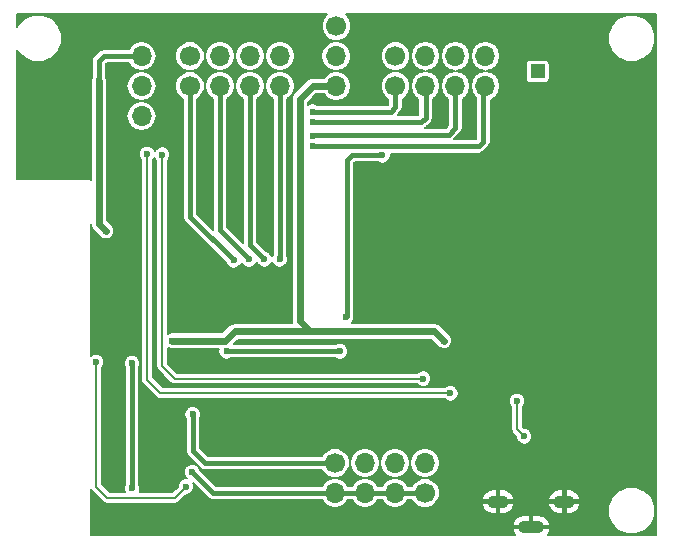
<source format=gbl>
G04 #@! TF.FileFunction,Copper,L2,Bot,Signal*
%FSLAX46Y46*%
G04 Gerber Fmt 4.6, Leading zero omitted, Abs format (unit mm)*
G04 Created by KiCad (PCBNEW 4.0.7) date 01/06/19 19:56:26*
%MOMM*%
%LPD*%
G01*
G04 APERTURE LIST*
%ADD10C,0.200000*%
%ADD11C,0.600000*%
%ADD12C,1.200000*%
%ADD13R,1.200000X1.200000*%
%ADD14O,1.800000X1.100000*%
%ADD15O,2.200000X1.100000*%
%ADD16O,1.700000X1.700000*%
%ADD17C,1.700000*%
%ADD18C,0.600000*%
%ADD19C,0.400000*%
G04 APERTURE END LIST*
D10*
D11*
X51600000Y-46100000D03*
X50000000Y-36400000D03*
X50000000Y-33800000D03*
X50000000Y-27600000D03*
X50000000Y-25100000D03*
X73700000Y-26800000D03*
X69400000Y-25900000D03*
X67900000Y-21500000D03*
X65100000Y-31800000D03*
X73800000Y-50400000D03*
X73300000Y-39100000D03*
X67500000Y-39100000D03*
X64900000Y-47600000D03*
X67700000Y-51100000D03*
X62900000Y-51500000D03*
X69100000Y-59500000D03*
X58100000Y-63400000D03*
X58100000Y-56300000D03*
X56300000Y-56300000D03*
X56300000Y-54100000D03*
X57200000Y-50500000D03*
X47800000Y-50300000D03*
X53700000Y-54000000D03*
X53700000Y-56300000D03*
X51200000Y-56300000D03*
X48000000Y-56400000D03*
X44500000Y-56300000D03*
X44600000Y-63800000D03*
X44500000Y-62400000D03*
X44500000Y-59900000D03*
X39500000Y-59800000D03*
X33500000Y-62600000D03*
X34100000Y-59400000D03*
X34100000Y-55400000D03*
X30300000Y-46300000D03*
X29800000Y-44400000D03*
X29800000Y-43000000D03*
X29800000Y-41300000D03*
X29800000Y-39700000D03*
X29800000Y-38400000D03*
X34000000Y-39600000D03*
X35300000Y-39600000D03*
X41500000Y-39600000D03*
X41500000Y-38600000D03*
X39000000Y-38500000D03*
X34000000Y-38400000D03*
X36400000Y-32200000D03*
X36400000Y-30400000D03*
X36400000Y-28800000D03*
X32100000Y-31100000D03*
X28800000Y-29600000D03*
X28800000Y-26200000D03*
X33100000Y-25200000D03*
X33100000Y-22000000D03*
X26300000Y-23800000D03*
X28100000Y-21900000D03*
X26300000Y-21900000D03*
X25800000Y-33900000D03*
D12*
X64550000Y-22800000D03*
D13*
X64550000Y-25300000D03*
D14*
X61200000Y-61725000D03*
X66800000Y-61725000D03*
D15*
X64000000Y-63875000D03*
D16*
X60120000Y-26540000D03*
D17*
X52500000Y-26540000D03*
D16*
X55040000Y-26540000D03*
X57580000Y-26540000D03*
X60120000Y-21460000D03*
X60120000Y-24000000D03*
X57580000Y-21460000D03*
D17*
X52500000Y-21460000D03*
D16*
X55040000Y-21460000D03*
D17*
X52500000Y-24000000D03*
D16*
X55040000Y-24000000D03*
X57580000Y-24000000D03*
D17*
X47500000Y-21460000D03*
D16*
X47500000Y-24000000D03*
X47500000Y-26540000D03*
X42720000Y-26540000D03*
D17*
X35100000Y-26540000D03*
D16*
X37640000Y-26540000D03*
X40180000Y-26540000D03*
X42720000Y-21460000D03*
X42720000Y-24000000D03*
X40180000Y-21460000D03*
D17*
X35100000Y-21460000D03*
D16*
X37640000Y-21460000D03*
D17*
X35100000Y-24000000D03*
D16*
X37640000Y-24000000D03*
X40180000Y-24000000D03*
X31000000Y-29080000D03*
D17*
X31000000Y-21460000D03*
D16*
X31000000Y-24000000D03*
X31000000Y-26540000D03*
X55000000Y-58460000D03*
D17*
X47380000Y-58460000D03*
D16*
X49920000Y-58460000D03*
X52460000Y-58460000D03*
X47380000Y-63540000D03*
X47380000Y-61000000D03*
X49920000Y-63540000D03*
D17*
X55000000Y-63540000D03*
D16*
X52460000Y-63540000D03*
D17*
X55000000Y-61000000D03*
D16*
X52460000Y-61000000D03*
X49920000Y-61000000D03*
D11*
X21700000Y-33900000D03*
X28000000Y-38800000D03*
X33600000Y-48100000D03*
X35300000Y-59225000D03*
X27400000Y-26150000D03*
X56600000Y-48100000D03*
X62800000Y-53200000D03*
X63400000Y-56200000D03*
X30200000Y-50000000D03*
X30200000Y-60600000D03*
X34750000Y-60450000D03*
X27150000Y-49900000D03*
X31450000Y-32300000D03*
X57150000Y-52550000D03*
X32750000Y-32350000D03*
X54850000Y-51300000D03*
X45500000Y-31650000D03*
X45500000Y-28700000D03*
X45500000Y-29600000D03*
X45500000Y-30750000D03*
X42700000Y-41200000D03*
X38800000Y-41300000D03*
X40100000Y-41200000D03*
X41400000Y-41200000D03*
X35325000Y-54325000D03*
X51400000Y-32400000D03*
X48300000Y-46100000D03*
X47800000Y-49000000D03*
X38200000Y-49000000D03*
D18*
X27400000Y-38200000D02*
X27400000Y-26150000D01*
X28000000Y-38800000D02*
X27400000Y-38200000D01*
X45300000Y-47300000D02*
X38900000Y-47300000D01*
X38100000Y-48100000D02*
X33600000Y-48100000D01*
X38900000Y-47300000D02*
X38100000Y-48100000D01*
D19*
X47380000Y-61000000D02*
X49920000Y-61000000D01*
X49920000Y-61000000D02*
X52460000Y-61000000D01*
X52460000Y-61000000D02*
X55000000Y-61000000D01*
X37075000Y-61000000D02*
X47380000Y-61000000D01*
X35300000Y-59225000D02*
X37075000Y-61000000D01*
X27800000Y-24000000D02*
X31150000Y-24000000D01*
X27400000Y-24400000D02*
X27800000Y-24000000D01*
X27400000Y-26150000D02*
X27400000Y-24400000D01*
D18*
X47100000Y-47300000D02*
X45300000Y-47300000D01*
X45300000Y-47300000D02*
X45250000Y-47300000D01*
X45510000Y-26540000D02*
X47500000Y-26540000D01*
X44400000Y-27650000D02*
X45510000Y-26540000D01*
X44400000Y-46450000D02*
X44400000Y-27650000D01*
X45250000Y-47300000D02*
X44400000Y-46450000D01*
X55800000Y-47300000D02*
X51700000Y-47300000D01*
X51700000Y-47300000D02*
X47100000Y-47300000D01*
X56600000Y-48100000D02*
X55800000Y-47300000D01*
D10*
X62800000Y-55600000D02*
X62800000Y-53200000D01*
X63400000Y-56200000D02*
X62800000Y-55600000D01*
D19*
X30200000Y-60600000D02*
X30200000Y-50000000D01*
D10*
X33800000Y-61400000D02*
X34750000Y-60450000D01*
X28100000Y-61400000D02*
X33800000Y-61400000D01*
X27150000Y-60450000D02*
X28100000Y-61400000D01*
X27150000Y-49900000D02*
X27150000Y-60450000D01*
X31450000Y-51400000D02*
X31450000Y-32300000D01*
X32600000Y-52550000D02*
X31450000Y-51400000D01*
X57150000Y-52550000D02*
X32600000Y-52550000D01*
X32750000Y-50250000D02*
X32750000Y-32350000D01*
X33800000Y-51300000D02*
X32750000Y-50250000D01*
X54850000Y-51300000D02*
X33800000Y-51300000D01*
D19*
X59950000Y-31250000D02*
X59950000Y-26710000D01*
X59550000Y-31650000D02*
X59950000Y-31250000D01*
X45500000Y-31650000D02*
X59550000Y-31650000D01*
X59950000Y-26710000D02*
X60120000Y-26540000D01*
X52500000Y-28350000D02*
X52500000Y-26540000D01*
X52100000Y-28750000D02*
X52500000Y-28350000D01*
X45550000Y-28750000D02*
X52100000Y-28750000D01*
X45500000Y-28700000D02*
X45550000Y-28750000D01*
X55050000Y-29250000D02*
X55050000Y-26550000D01*
X54700000Y-29600000D02*
X55050000Y-29250000D01*
X45500000Y-29600000D02*
X54700000Y-29600000D01*
X55050000Y-26550000D02*
X55040000Y-26540000D01*
X57580000Y-30120000D02*
X57580000Y-26540000D01*
X57000000Y-30700000D02*
X57580000Y-30120000D01*
X45550000Y-30700000D02*
X57000000Y-30700000D01*
X45500000Y-30750000D02*
X45550000Y-30700000D01*
X42720000Y-41180000D02*
X42720000Y-26540000D01*
X42700000Y-41200000D02*
X42720000Y-41180000D01*
X35100000Y-37600000D02*
X35100000Y-26540000D01*
X38800000Y-41300000D02*
X35100000Y-37600000D01*
X37640000Y-38740000D02*
X37640000Y-26540000D01*
X40100000Y-41200000D02*
X37640000Y-38740000D01*
X40180000Y-39980000D02*
X40180000Y-26540000D01*
X41400000Y-41200000D02*
X40180000Y-39980000D01*
X36385000Y-58460000D02*
X47380000Y-58460000D01*
X35325000Y-57400000D02*
X36385000Y-58460000D01*
X35325000Y-54325000D02*
X35325000Y-57400000D01*
X48800000Y-32400000D02*
X51400000Y-32400000D01*
X48400000Y-32800000D02*
X48800000Y-32400000D01*
X48400000Y-46000000D02*
X48400000Y-32800000D01*
X48300000Y-46100000D02*
X48400000Y-46000000D01*
X38200000Y-49000000D02*
X47800000Y-49000000D01*
D10*
G36*
X46440919Y-20751007D02*
X46250217Y-21210269D01*
X46249783Y-21707550D01*
X46439684Y-22167143D01*
X46791007Y-22519081D01*
X47250269Y-22709783D01*
X47747550Y-22710217D01*
X48207143Y-22520316D01*
X48559081Y-22168993D01*
X48749783Y-21709731D01*
X48750217Y-21212450D01*
X48560316Y-20752857D01*
X48282945Y-20475000D01*
X74525000Y-20475000D01*
X74525000Y-64525000D01*
X65374889Y-64525000D01*
X65558342Y-64184429D01*
X65566715Y-64137278D01*
X65469579Y-63975000D01*
X64100000Y-63975000D01*
X64100000Y-63995000D01*
X63900000Y-63995000D01*
X63900000Y-63975000D01*
X62530421Y-63975000D01*
X62433285Y-64137278D01*
X62441658Y-64184429D01*
X62625111Y-64525000D01*
X26700000Y-64525000D01*
X26700000Y-63612722D01*
X62433285Y-63612722D01*
X62530421Y-63775000D01*
X63900000Y-63775000D01*
X63900000Y-62825000D01*
X64100000Y-62825000D01*
X64100000Y-63775000D01*
X65469579Y-63775000D01*
X65566715Y-63612722D01*
X65558342Y-63565571D01*
X65363173Y-63203249D01*
X65044206Y-62943195D01*
X64887064Y-62896079D01*
X70499654Y-62896079D01*
X70803494Y-63631429D01*
X71365612Y-64194529D01*
X72100430Y-64499652D01*
X72896079Y-64500346D01*
X73631429Y-64196506D01*
X74194529Y-63634388D01*
X74499652Y-62899570D01*
X74500346Y-62103921D01*
X74196506Y-61368571D01*
X73634388Y-60805471D01*
X72899570Y-60500348D01*
X72103921Y-60499654D01*
X71368571Y-60803494D01*
X70805471Y-61365612D01*
X70500348Y-62100430D01*
X70499654Y-62896079D01*
X64887064Y-62896079D01*
X64650000Y-62825000D01*
X64100000Y-62825000D01*
X63900000Y-62825000D01*
X63350000Y-62825000D01*
X62955794Y-62943195D01*
X62636827Y-63203249D01*
X62441658Y-63565571D01*
X62433285Y-63612722D01*
X26700000Y-63612722D01*
X26700000Y-60659211D01*
X26796447Y-60803553D01*
X27746447Y-61753553D01*
X27908658Y-61861940D01*
X28100000Y-61900000D01*
X33800000Y-61900000D01*
X33991342Y-61861940D01*
X34153553Y-61753553D01*
X34757100Y-61150006D01*
X34888628Y-61150121D01*
X35146000Y-61043777D01*
X35343085Y-60847036D01*
X35449878Y-60589850D01*
X35450121Y-60311372D01*
X35388352Y-60161880D01*
X36650736Y-61424264D01*
X36845390Y-61554328D01*
X37075000Y-61600000D01*
X46290069Y-61600000D01*
X46496117Y-61908372D01*
X46901646Y-62179338D01*
X47380000Y-62274489D01*
X47858354Y-62179338D01*
X48263883Y-61908372D01*
X48469931Y-61600000D01*
X48830069Y-61600000D01*
X49036117Y-61908372D01*
X49441646Y-62179338D01*
X49920000Y-62274489D01*
X50398354Y-62179338D01*
X50803883Y-61908372D01*
X51009931Y-61600000D01*
X51370069Y-61600000D01*
X51576117Y-61908372D01*
X51981646Y-62179338D01*
X52460000Y-62274489D01*
X52938354Y-62179338D01*
X53343883Y-61908372D01*
X53549931Y-61600000D01*
X53895413Y-61600000D01*
X53939684Y-61707143D01*
X54291007Y-62059081D01*
X54750269Y-62249783D01*
X55247550Y-62250217D01*
X55707143Y-62060316D01*
X55780308Y-61987278D01*
X59833285Y-61987278D01*
X59841658Y-62034429D01*
X60036827Y-62396751D01*
X60355794Y-62656805D01*
X60750000Y-62775000D01*
X61100000Y-62775000D01*
X61100000Y-61825000D01*
X61300000Y-61825000D01*
X61300000Y-62775000D01*
X61650000Y-62775000D01*
X62044206Y-62656805D01*
X62363173Y-62396751D01*
X62558342Y-62034429D01*
X62566715Y-61987278D01*
X65433285Y-61987278D01*
X65441658Y-62034429D01*
X65636827Y-62396751D01*
X65955794Y-62656805D01*
X66350000Y-62775000D01*
X66700000Y-62775000D01*
X66700000Y-61825000D01*
X66900000Y-61825000D01*
X66900000Y-62775000D01*
X67250000Y-62775000D01*
X67644206Y-62656805D01*
X67963173Y-62396751D01*
X68158342Y-62034429D01*
X68166715Y-61987278D01*
X68069579Y-61825000D01*
X66900000Y-61825000D01*
X66700000Y-61825000D01*
X65530421Y-61825000D01*
X65433285Y-61987278D01*
X62566715Y-61987278D01*
X62469579Y-61825000D01*
X61300000Y-61825000D01*
X61100000Y-61825000D01*
X59930421Y-61825000D01*
X59833285Y-61987278D01*
X55780308Y-61987278D01*
X56059081Y-61708993D01*
X56161341Y-61462722D01*
X59833285Y-61462722D01*
X59930421Y-61625000D01*
X61100000Y-61625000D01*
X61100000Y-60675000D01*
X61300000Y-60675000D01*
X61300000Y-61625000D01*
X62469579Y-61625000D01*
X62566715Y-61462722D01*
X65433285Y-61462722D01*
X65530421Y-61625000D01*
X66700000Y-61625000D01*
X66700000Y-60675000D01*
X66900000Y-60675000D01*
X66900000Y-61625000D01*
X68069579Y-61625000D01*
X68166715Y-61462722D01*
X68158342Y-61415571D01*
X67963173Y-61053249D01*
X67644206Y-60793195D01*
X67250000Y-60675000D01*
X66900000Y-60675000D01*
X66700000Y-60675000D01*
X66350000Y-60675000D01*
X65955794Y-60793195D01*
X65636827Y-61053249D01*
X65441658Y-61415571D01*
X65433285Y-61462722D01*
X62566715Y-61462722D01*
X62558342Y-61415571D01*
X62363173Y-61053249D01*
X62044206Y-60793195D01*
X61650000Y-60675000D01*
X61300000Y-60675000D01*
X61100000Y-60675000D01*
X60750000Y-60675000D01*
X60355794Y-60793195D01*
X60036827Y-61053249D01*
X59841658Y-61415571D01*
X59833285Y-61462722D01*
X56161341Y-61462722D01*
X56249783Y-61249731D01*
X56250217Y-60752450D01*
X56060316Y-60292857D01*
X55708993Y-59940919D01*
X55249731Y-59750217D01*
X54752450Y-59749783D01*
X54292857Y-59939684D01*
X53940919Y-60291007D01*
X53895661Y-60400000D01*
X53549931Y-60400000D01*
X53343883Y-60091628D01*
X52938354Y-59820662D01*
X52482568Y-59730000D01*
X52938354Y-59639338D01*
X53343883Y-59368372D01*
X53614849Y-58962843D01*
X53710000Y-58484489D01*
X53710000Y-58435511D01*
X53750000Y-58435511D01*
X53750000Y-58484489D01*
X53845151Y-58962843D01*
X54116117Y-59368372D01*
X54521646Y-59639338D01*
X55000000Y-59734489D01*
X55478354Y-59639338D01*
X55883883Y-59368372D01*
X56154849Y-58962843D01*
X56250000Y-58484489D01*
X56250000Y-58435511D01*
X56154849Y-57957157D01*
X55883883Y-57551628D01*
X55478354Y-57280662D01*
X55000000Y-57185511D01*
X54521646Y-57280662D01*
X54116117Y-57551628D01*
X53845151Y-57957157D01*
X53750000Y-58435511D01*
X53710000Y-58435511D01*
X53614849Y-57957157D01*
X53343883Y-57551628D01*
X52938354Y-57280662D01*
X52460000Y-57185511D01*
X51981646Y-57280662D01*
X51576117Y-57551628D01*
X51305151Y-57957157D01*
X51210000Y-58435511D01*
X51210000Y-58484489D01*
X51305151Y-58962843D01*
X51576117Y-59368372D01*
X51981646Y-59639338D01*
X52437432Y-59730000D01*
X51981646Y-59820662D01*
X51576117Y-60091628D01*
X51370069Y-60400000D01*
X51009931Y-60400000D01*
X50803883Y-60091628D01*
X50398354Y-59820662D01*
X49942568Y-59730000D01*
X50398354Y-59639338D01*
X50803883Y-59368372D01*
X51074849Y-58962843D01*
X51170000Y-58484489D01*
X51170000Y-58435511D01*
X51074849Y-57957157D01*
X50803883Y-57551628D01*
X50398354Y-57280662D01*
X49920000Y-57185511D01*
X49441646Y-57280662D01*
X49036117Y-57551628D01*
X48765151Y-57957157D01*
X48670000Y-58435511D01*
X48670000Y-58484489D01*
X48765151Y-58962843D01*
X49036117Y-59368372D01*
X49441646Y-59639338D01*
X49897432Y-59730000D01*
X49441646Y-59820662D01*
X49036117Y-60091628D01*
X48830069Y-60400000D01*
X48469931Y-60400000D01*
X48263883Y-60091628D01*
X47858354Y-59820662D01*
X47380000Y-59725511D01*
X46901646Y-59820662D01*
X46496117Y-60091628D01*
X46290069Y-60400000D01*
X37323528Y-60400000D01*
X35993235Y-59069707D01*
X35893777Y-58829000D01*
X35697036Y-58631915D01*
X35439850Y-58525122D01*
X35161372Y-58524879D01*
X34904000Y-58631223D01*
X34706915Y-58827964D01*
X34600122Y-59085150D01*
X34599879Y-59363628D01*
X34706223Y-59621000D01*
X34835072Y-59750074D01*
X34611372Y-59749879D01*
X34354000Y-59856223D01*
X34156915Y-60052964D01*
X34050122Y-60310150D01*
X34050006Y-60442888D01*
X33592894Y-60900000D01*
X30833378Y-60900000D01*
X30899878Y-60739850D01*
X30900121Y-60461372D01*
X30800000Y-60219061D01*
X30800000Y-54463628D01*
X34624879Y-54463628D01*
X34725000Y-54705939D01*
X34725000Y-57400000D01*
X34770672Y-57629610D01*
X34900736Y-57824264D01*
X35960736Y-58884264D01*
X36155389Y-59014328D01*
X36385000Y-59060000D01*
X46275413Y-59060000D01*
X46319684Y-59167143D01*
X46671007Y-59519081D01*
X47130269Y-59709783D01*
X47627550Y-59710217D01*
X48087143Y-59520316D01*
X48439081Y-59168993D01*
X48629783Y-58709731D01*
X48630217Y-58212450D01*
X48440316Y-57752857D01*
X48088993Y-57400919D01*
X47629731Y-57210217D01*
X47132450Y-57209783D01*
X46672857Y-57399684D01*
X46320919Y-57751007D01*
X46275661Y-57860000D01*
X36633528Y-57860000D01*
X35925000Y-57151472D01*
X35925000Y-54705383D01*
X36024878Y-54464850D01*
X36025121Y-54186372D01*
X35918777Y-53929000D01*
X35722036Y-53731915D01*
X35464850Y-53625122D01*
X35186372Y-53624879D01*
X34929000Y-53731223D01*
X34731915Y-53927964D01*
X34625122Y-54185150D01*
X34624879Y-54463628D01*
X30800000Y-54463628D01*
X30800000Y-53338628D01*
X62099879Y-53338628D01*
X62206223Y-53596000D01*
X62300000Y-53689941D01*
X62300000Y-55600000D01*
X62338060Y-55791342D01*
X62446447Y-55953553D01*
X62699994Y-56207100D01*
X62699879Y-56338628D01*
X62806223Y-56596000D01*
X63002964Y-56793085D01*
X63260150Y-56899878D01*
X63538628Y-56900121D01*
X63796000Y-56793777D01*
X63993085Y-56597036D01*
X64099878Y-56339850D01*
X64100121Y-56061372D01*
X63993777Y-55804000D01*
X63797036Y-55606915D01*
X63539850Y-55500122D01*
X63407112Y-55500006D01*
X63300000Y-55392894D01*
X63300000Y-53689959D01*
X63393085Y-53597036D01*
X63499878Y-53339850D01*
X63500121Y-53061372D01*
X63393777Y-52804000D01*
X63197036Y-52606915D01*
X62939850Y-52500122D01*
X62661372Y-52499879D01*
X62404000Y-52606223D01*
X62206915Y-52802964D01*
X62100122Y-53060150D01*
X62099879Y-53338628D01*
X30800000Y-53338628D01*
X30800000Y-50380383D01*
X30899878Y-50139850D01*
X30900121Y-49861372D01*
X30793777Y-49604000D01*
X30597036Y-49406915D01*
X30339850Y-49300122D01*
X30061372Y-49299879D01*
X29804000Y-49406223D01*
X29606915Y-49602964D01*
X29500122Y-49860150D01*
X29499879Y-50138628D01*
X29600000Y-50380939D01*
X29600000Y-60219617D01*
X29500122Y-60460150D01*
X29499879Y-60738628D01*
X29566557Y-60900000D01*
X28307106Y-60900000D01*
X27650000Y-60242894D01*
X27650000Y-50389959D01*
X27743085Y-50297036D01*
X27849878Y-50039850D01*
X27850121Y-49761372D01*
X27743777Y-49504000D01*
X27547036Y-49306915D01*
X27289850Y-49200122D01*
X27011372Y-49199879D01*
X26754000Y-49306223D01*
X26700000Y-49360129D01*
X26700000Y-38200000D01*
X26753284Y-38467879D01*
X26905025Y-38694975D01*
X27505025Y-39294975D01*
X27602964Y-39393085D01*
X27732120Y-39446715D01*
X27732121Y-39446716D01*
X27732122Y-39446716D01*
X27860150Y-39499878D01*
X28138628Y-39500121D01*
X28267877Y-39446716D01*
X28267879Y-39446716D01*
X28267881Y-39446715D01*
X28396000Y-39393777D01*
X28593085Y-39197036D01*
X28699878Y-38939850D01*
X28700121Y-38661372D01*
X28593777Y-38404000D01*
X28397036Y-38206915D01*
X28396744Y-38206794D01*
X28100000Y-37910050D01*
X28100000Y-32438628D01*
X30749879Y-32438628D01*
X30856223Y-32696000D01*
X30950000Y-32789941D01*
X30950000Y-51400000D01*
X30957684Y-51438628D01*
X30988060Y-51591342D01*
X31096447Y-51753553D01*
X32246447Y-52903554D01*
X32311523Y-52947036D01*
X32408658Y-53011940D01*
X32600000Y-53050000D01*
X56660041Y-53050000D01*
X56752964Y-53143085D01*
X57010150Y-53249878D01*
X57288628Y-53250121D01*
X57546000Y-53143777D01*
X57743085Y-52947036D01*
X57849878Y-52689850D01*
X57850121Y-52411372D01*
X57743777Y-52154000D01*
X57547036Y-51956915D01*
X57289850Y-51850122D01*
X57011372Y-51849879D01*
X56754000Y-51956223D01*
X56660059Y-52050000D01*
X32807107Y-52050000D01*
X31950000Y-51192894D01*
X31950000Y-32789959D01*
X32043085Y-32697036D01*
X32089653Y-32584888D01*
X32156223Y-32746000D01*
X32250000Y-32839941D01*
X32250000Y-50250000D01*
X32279041Y-50396000D01*
X32288060Y-50441342D01*
X32396447Y-50603553D01*
X33446446Y-51653553D01*
X33511523Y-51697036D01*
X33608658Y-51761940D01*
X33800000Y-51800000D01*
X54360041Y-51800000D01*
X54452964Y-51893085D01*
X54710150Y-51999878D01*
X54988628Y-52000121D01*
X55246000Y-51893777D01*
X55443085Y-51697036D01*
X55549878Y-51439850D01*
X55550121Y-51161372D01*
X55443777Y-50904000D01*
X55247036Y-50706915D01*
X54989850Y-50600122D01*
X54711372Y-50599879D01*
X54454000Y-50706223D01*
X54360059Y-50800000D01*
X34007107Y-50800000D01*
X33250000Y-50042894D01*
X33250000Y-48712616D01*
X33460150Y-48799878D01*
X33738628Y-48800121D01*
X33738921Y-48800000D01*
X37525098Y-48800000D01*
X37500122Y-48860150D01*
X37499879Y-49138628D01*
X37606223Y-49396000D01*
X37802964Y-49593085D01*
X38060150Y-49699878D01*
X38338628Y-49700121D01*
X38580939Y-49600000D01*
X47419617Y-49600000D01*
X47660150Y-49699878D01*
X47938628Y-49700121D01*
X48196000Y-49593777D01*
X48393085Y-49397036D01*
X48499878Y-49139850D01*
X48500121Y-48861372D01*
X48393777Y-48604000D01*
X48197036Y-48406915D01*
X47939850Y-48300122D01*
X47661372Y-48299879D01*
X47419061Y-48400000D01*
X38789950Y-48400000D01*
X39189950Y-48000000D01*
X45249995Y-48000000D01*
X45250000Y-48000001D01*
X45250005Y-48000000D01*
X55510050Y-48000000D01*
X56105025Y-48594975D01*
X56202964Y-48693085D01*
X56332120Y-48746715D01*
X56332121Y-48746716D01*
X56332122Y-48746716D01*
X56460150Y-48799878D01*
X56738628Y-48800121D01*
X56867877Y-48746716D01*
X56867879Y-48746716D01*
X56867881Y-48746715D01*
X56996000Y-48693777D01*
X57193085Y-48497036D01*
X57299878Y-48239850D01*
X57300121Y-47961372D01*
X57193777Y-47704000D01*
X56997036Y-47506915D01*
X56996744Y-47506794D01*
X56294975Y-46805025D01*
X56067879Y-46653284D01*
X55800000Y-46600000D01*
X48789941Y-46600000D01*
X48893085Y-46497036D01*
X48999878Y-46239850D01*
X49000121Y-45961372D01*
X49000000Y-45961079D01*
X49000000Y-33048528D01*
X49048528Y-33000000D01*
X51019617Y-33000000D01*
X51260150Y-33099878D01*
X51538628Y-33100121D01*
X51796000Y-32993777D01*
X51993085Y-32797036D01*
X52099878Y-32539850D01*
X52100121Y-32261372D01*
X52095422Y-32250000D01*
X59550000Y-32250000D01*
X59779610Y-32204328D01*
X59974264Y-32074264D01*
X60374264Y-31674264D01*
X60504328Y-31479611D01*
X60550000Y-31250000D01*
X60550000Y-27728956D01*
X60598354Y-27719338D01*
X61003883Y-27448372D01*
X61274849Y-27042843D01*
X61370000Y-26564489D01*
X61370000Y-26515511D01*
X61274849Y-26037157D01*
X61003883Y-25631628D01*
X60598354Y-25360662D01*
X60142568Y-25270000D01*
X60598354Y-25179338D01*
X61003883Y-24908372D01*
X61143112Y-24700000D01*
X63542164Y-24700000D01*
X63542164Y-25900000D01*
X63570056Y-26048231D01*
X63657660Y-26184372D01*
X63791329Y-26275704D01*
X63950000Y-26307836D01*
X65150000Y-26307836D01*
X65298231Y-26279944D01*
X65434372Y-26192340D01*
X65525704Y-26058671D01*
X65557836Y-25900000D01*
X65557836Y-24700000D01*
X65529944Y-24551769D01*
X65442340Y-24415628D01*
X65308671Y-24324296D01*
X65150000Y-24292164D01*
X63950000Y-24292164D01*
X63801769Y-24320056D01*
X63665628Y-24407660D01*
X63574296Y-24541329D01*
X63542164Y-24700000D01*
X61143112Y-24700000D01*
X61274849Y-24502843D01*
X61370000Y-24024489D01*
X61370000Y-23975511D01*
X61274849Y-23497157D01*
X61003883Y-23091628D01*
X60711224Y-22896079D01*
X70499654Y-22896079D01*
X70803494Y-23631429D01*
X71365612Y-24194529D01*
X72100430Y-24499652D01*
X72896079Y-24500346D01*
X73631429Y-24196506D01*
X74194529Y-23634388D01*
X74499652Y-22899570D01*
X74500346Y-22103921D01*
X74196506Y-21368571D01*
X73634388Y-20805471D01*
X72899570Y-20500348D01*
X72103921Y-20499654D01*
X71368571Y-20803494D01*
X70805471Y-21365612D01*
X70500348Y-22100430D01*
X70499654Y-22896079D01*
X60711224Y-22896079D01*
X60598354Y-22820662D01*
X60120000Y-22725511D01*
X59641646Y-22820662D01*
X59236117Y-23091628D01*
X58965151Y-23497157D01*
X58870000Y-23975511D01*
X58870000Y-24024489D01*
X58965151Y-24502843D01*
X59236117Y-24908372D01*
X59641646Y-25179338D01*
X60097432Y-25270000D01*
X59641646Y-25360662D01*
X59236117Y-25631628D01*
X58965151Y-26037157D01*
X58870000Y-26515511D01*
X58870000Y-26564489D01*
X58965151Y-27042843D01*
X59236117Y-27448372D01*
X59350000Y-27524466D01*
X59350000Y-31001472D01*
X59301472Y-31050000D01*
X57498528Y-31050000D01*
X58004264Y-30544264D01*
X58134328Y-30349610D01*
X58180000Y-30120000D01*
X58180000Y-27638057D01*
X58463883Y-27448372D01*
X58734849Y-27042843D01*
X58830000Y-26564489D01*
X58830000Y-26515511D01*
X58734849Y-26037157D01*
X58463883Y-25631628D01*
X58058354Y-25360662D01*
X57602568Y-25270000D01*
X58058354Y-25179338D01*
X58463883Y-24908372D01*
X58734849Y-24502843D01*
X58830000Y-24024489D01*
X58830000Y-23975511D01*
X58734849Y-23497157D01*
X58463883Y-23091628D01*
X58058354Y-22820662D01*
X57580000Y-22725511D01*
X57101646Y-22820662D01*
X56696117Y-23091628D01*
X56425151Y-23497157D01*
X56330000Y-23975511D01*
X56330000Y-24024489D01*
X56425151Y-24502843D01*
X56696117Y-24908372D01*
X57101646Y-25179338D01*
X57557432Y-25270000D01*
X57101646Y-25360662D01*
X56696117Y-25631628D01*
X56425151Y-26037157D01*
X56330000Y-26515511D01*
X56330000Y-26564489D01*
X56425151Y-27042843D01*
X56696117Y-27448372D01*
X56980000Y-27638057D01*
X56980000Y-29871472D01*
X56751472Y-30100000D01*
X55010917Y-30100000D01*
X55124264Y-30024264D01*
X55474264Y-29674264D01*
X55604328Y-29479610D01*
X55650000Y-29250000D01*
X55650000Y-27631375D01*
X55923883Y-27448372D01*
X56194849Y-27042843D01*
X56290000Y-26564489D01*
X56290000Y-26515511D01*
X56194849Y-26037157D01*
X55923883Y-25631628D01*
X55518354Y-25360662D01*
X55062568Y-25270000D01*
X55518354Y-25179338D01*
X55923883Y-24908372D01*
X56194849Y-24502843D01*
X56290000Y-24024489D01*
X56290000Y-23975511D01*
X56194849Y-23497157D01*
X55923883Y-23091628D01*
X55518354Y-22820662D01*
X55040000Y-22725511D01*
X54561646Y-22820662D01*
X54156117Y-23091628D01*
X53885151Y-23497157D01*
X53790000Y-23975511D01*
X53790000Y-24024489D01*
X53885151Y-24502843D01*
X54156117Y-24908372D01*
X54561646Y-25179338D01*
X55017432Y-25270000D01*
X54561646Y-25360662D01*
X54156117Y-25631628D01*
X53885151Y-26037157D01*
X53790000Y-26515511D01*
X53790000Y-26564489D01*
X53885151Y-27042843D01*
X54156117Y-27448372D01*
X54450000Y-27644738D01*
X54450000Y-29000000D01*
X52698528Y-29000000D01*
X52924264Y-28774264D01*
X53054328Y-28579611D01*
X53100000Y-28350000D01*
X53100000Y-27644587D01*
X53207143Y-27600316D01*
X53559081Y-27248993D01*
X53749783Y-26789731D01*
X53750217Y-26292450D01*
X53560316Y-25832857D01*
X53208993Y-25480919D01*
X52749731Y-25290217D01*
X52252450Y-25289783D01*
X51792857Y-25479684D01*
X51440919Y-25831007D01*
X51250217Y-26290269D01*
X51249783Y-26787550D01*
X51439684Y-27247143D01*
X51791007Y-27599081D01*
X51900000Y-27644339D01*
X51900000Y-28101472D01*
X51851472Y-28150000D01*
X45940046Y-28150000D01*
X45897036Y-28106915D01*
X45639850Y-28000122D01*
X45361372Y-27999879D01*
X45104000Y-28106223D01*
X45100000Y-28110216D01*
X45100000Y-27939950D01*
X45799950Y-27240000D01*
X46468761Y-27240000D01*
X46591628Y-27423883D01*
X46997157Y-27694849D01*
X47475511Y-27790000D01*
X47524489Y-27790000D01*
X48002843Y-27694849D01*
X48408372Y-27423883D01*
X48679338Y-27018354D01*
X48774489Y-26540000D01*
X48679338Y-26061646D01*
X48408372Y-25656117D01*
X48002843Y-25385151D01*
X47524489Y-25290000D01*
X47475511Y-25290000D01*
X46997157Y-25385151D01*
X46591628Y-25656117D01*
X46468761Y-25840000D01*
X45510000Y-25840000D01*
X45242121Y-25893284D01*
X45015025Y-26045025D01*
X43905025Y-27155025D01*
X43753284Y-27382121D01*
X43753284Y-27382122D01*
X43700000Y-27650000D01*
X43700000Y-46450000D01*
X43729837Y-46600000D01*
X38900000Y-46600000D01*
X38632121Y-46653284D01*
X38405025Y-46805025D01*
X37810050Y-47400000D01*
X33600038Y-47400000D01*
X33461372Y-47399879D01*
X33250000Y-47487216D01*
X33250000Y-32839959D01*
X33343085Y-32747036D01*
X33449878Y-32489850D01*
X33450121Y-32211372D01*
X33343777Y-31954000D01*
X33147036Y-31756915D01*
X32889850Y-31650122D01*
X32611372Y-31649879D01*
X32354000Y-31756223D01*
X32156915Y-31952964D01*
X32110347Y-32065112D01*
X32043777Y-31904000D01*
X31847036Y-31706915D01*
X31589850Y-31600122D01*
X31311372Y-31599879D01*
X31054000Y-31706223D01*
X30856915Y-31902964D01*
X30750122Y-32160150D01*
X30749879Y-32438628D01*
X28100000Y-32438628D01*
X28100000Y-29080000D01*
X29725511Y-29080000D01*
X29820662Y-29558354D01*
X30091628Y-29963883D01*
X30497157Y-30234849D01*
X30975511Y-30330000D01*
X31024489Y-30330000D01*
X31502843Y-30234849D01*
X31908372Y-29963883D01*
X32179338Y-29558354D01*
X32274489Y-29080000D01*
X32179338Y-28601646D01*
X31908372Y-28196117D01*
X31502843Y-27925151D01*
X31024489Y-27830000D01*
X30975511Y-27830000D01*
X30497157Y-27925151D01*
X30091628Y-28196117D01*
X29820662Y-28601646D01*
X29725511Y-29080000D01*
X28100000Y-29080000D01*
X28100000Y-26540000D01*
X29725511Y-26540000D01*
X29820662Y-27018354D01*
X30091628Y-27423883D01*
X30497157Y-27694849D01*
X30975511Y-27790000D01*
X31024489Y-27790000D01*
X31502843Y-27694849D01*
X31908372Y-27423883D01*
X32179338Y-27018354D01*
X32225247Y-26787550D01*
X33849783Y-26787550D01*
X34039684Y-27247143D01*
X34391007Y-27599081D01*
X34500000Y-27644339D01*
X34500000Y-37600000D01*
X34545672Y-37829610D01*
X34675736Y-38024264D01*
X38106765Y-41455293D01*
X38206223Y-41696000D01*
X38402964Y-41893085D01*
X38660150Y-41999878D01*
X38938628Y-42000121D01*
X39196000Y-41893777D01*
X39393085Y-41697036D01*
X39470719Y-41510073D01*
X39506223Y-41596000D01*
X39702964Y-41793085D01*
X39960150Y-41899878D01*
X40238628Y-41900121D01*
X40496000Y-41793777D01*
X40693085Y-41597036D01*
X40750008Y-41459950D01*
X40806223Y-41596000D01*
X41002964Y-41793085D01*
X41260150Y-41899878D01*
X41538628Y-41900121D01*
X41796000Y-41793777D01*
X41993085Y-41597036D01*
X42050008Y-41459950D01*
X42106223Y-41596000D01*
X42302964Y-41793085D01*
X42560150Y-41899878D01*
X42838628Y-41900121D01*
X43096000Y-41793777D01*
X43293085Y-41597036D01*
X43399878Y-41339850D01*
X43400121Y-41061372D01*
X43320000Y-40867464D01*
X43320000Y-27638057D01*
X43603883Y-27448372D01*
X43874849Y-27042843D01*
X43970000Y-26564489D01*
X43970000Y-26515511D01*
X43874849Y-26037157D01*
X43603883Y-25631628D01*
X43198354Y-25360662D01*
X42742568Y-25270000D01*
X43198354Y-25179338D01*
X43603883Y-24908372D01*
X43874849Y-24502843D01*
X43970000Y-24024489D01*
X43970000Y-24000000D01*
X46225511Y-24000000D01*
X46320662Y-24478354D01*
X46591628Y-24883883D01*
X46997157Y-25154849D01*
X47475511Y-25250000D01*
X47524489Y-25250000D01*
X48002843Y-25154849D01*
X48408372Y-24883883D01*
X48679338Y-24478354D01*
X48725247Y-24247550D01*
X51249783Y-24247550D01*
X51439684Y-24707143D01*
X51791007Y-25059081D01*
X52250269Y-25249783D01*
X52747550Y-25250217D01*
X53207143Y-25060316D01*
X53559081Y-24708993D01*
X53749783Y-24249731D01*
X53750217Y-23752450D01*
X53560316Y-23292857D01*
X53208993Y-22940919D01*
X52749731Y-22750217D01*
X52252450Y-22749783D01*
X51792857Y-22939684D01*
X51440919Y-23291007D01*
X51250217Y-23750269D01*
X51249783Y-24247550D01*
X48725247Y-24247550D01*
X48774489Y-24000000D01*
X48679338Y-23521646D01*
X48408372Y-23116117D01*
X48002843Y-22845151D01*
X47524489Y-22750000D01*
X47475511Y-22750000D01*
X46997157Y-22845151D01*
X46591628Y-23116117D01*
X46320662Y-23521646D01*
X46225511Y-24000000D01*
X43970000Y-24000000D01*
X43970000Y-23975511D01*
X43874849Y-23497157D01*
X43603883Y-23091628D01*
X43198354Y-22820662D01*
X42720000Y-22725511D01*
X42241646Y-22820662D01*
X41836117Y-23091628D01*
X41565151Y-23497157D01*
X41470000Y-23975511D01*
X41470000Y-24024489D01*
X41565151Y-24502843D01*
X41836117Y-24908372D01*
X42241646Y-25179338D01*
X42697432Y-25270000D01*
X42241646Y-25360662D01*
X41836117Y-25631628D01*
X41565151Y-26037157D01*
X41470000Y-26515511D01*
X41470000Y-26564489D01*
X41565151Y-27042843D01*
X41836117Y-27448372D01*
X42120000Y-27638057D01*
X42120000Y-40789902D01*
X42106915Y-40802964D01*
X42049992Y-40940050D01*
X41993777Y-40804000D01*
X41797036Y-40606915D01*
X41554899Y-40506371D01*
X40780000Y-39731472D01*
X40780000Y-27638057D01*
X41063883Y-27448372D01*
X41334849Y-27042843D01*
X41430000Y-26564489D01*
X41430000Y-26515511D01*
X41334849Y-26037157D01*
X41063883Y-25631628D01*
X40658354Y-25360662D01*
X40202568Y-25270000D01*
X40658354Y-25179338D01*
X41063883Y-24908372D01*
X41334849Y-24502843D01*
X41430000Y-24024489D01*
X41430000Y-23975511D01*
X41334849Y-23497157D01*
X41063883Y-23091628D01*
X40658354Y-22820662D01*
X40180000Y-22725511D01*
X39701646Y-22820662D01*
X39296117Y-23091628D01*
X39025151Y-23497157D01*
X38930000Y-23975511D01*
X38930000Y-24024489D01*
X39025151Y-24502843D01*
X39296117Y-24908372D01*
X39701646Y-25179338D01*
X40157432Y-25270000D01*
X39701646Y-25360662D01*
X39296117Y-25631628D01*
X39025151Y-26037157D01*
X38930000Y-26515511D01*
X38930000Y-26564489D01*
X39025151Y-27042843D01*
X39296117Y-27448372D01*
X39580000Y-27638057D01*
X39580000Y-39831472D01*
X38240000Y-38491472D01*
X38240000Y-27638057D01*
X38523883Y-27448372D01*
X38794849Y-27042843D01*
X38890000Y-26564489D01*
X38890000Y-26515511D01*
X38794849Y-26037157D01*
X38523883Y-25631628D01*
X38118354Y-25360662D01*
X37662568Y-25270000D01*
X38118354Y-25179338D01*
X38523883Y-24908372D01*
X38794849Y-24502843D01*
X38890000Y-24024489D01*
X38890000Y-23975511D01*
X38794849Y-23497157D01*
X38523883Y-23091628D01*
X38118354Y-22820662D01*
X37640000Y-22725511D01*
X37161646Y-22820662D01*
X36756117Y-23091628D01*
X36485151Y-23497157D01*
X36390000Y-23975511D01*
X36390000Y-24024489D01*
X36485151Y-24502843D01*
X36756117Y-24908372D01*
X37161646Y-25179338D01*
X37617432Y-25270000D01*
X37161646Y-25360662D01*
X36756117Y-25631628D01*
X36485151Y-26037157D01*
X36390000Y-26515511D01*
X36390000Y-26564489D01*
X36485151Y-27042843D01*
X36756117Y-27448372D01*
X37040000Y-27638057D01*
X37040000Y-38691472D01*
X35700000Y-37351472D01*
X35700000Y-27644587D01*
X35807143Y-27600316D01*
X36159081Y-27248993D01*
X36349783Y-26789731D01*
X36350217Y-26292450D01*
X36160316Y-25832857D01*
X35808993Y-25480919D01*
X35349731Y-25290217D01*
X34852450Y-25289783D01*
X34392857Y-25479684D01*
X34040919Y-25831007D01*
X33850217Y-26290269D01*
X33849783Y-26787550D01*
X32225247Y-26787550D01*
X32274489Y-26540000D01*
X32179338Y-26061646D01*
X31908372Y-25656117D01*
X31502843Y-25385151D01*
X31024489Y-25290000D01*
X30975511Y-25290000D01*
X30497157Y-25385151D01*
X30091628Y-25656117D01*
X29820662Y-26061646D01*
X29725511Y-26540000D01*
X28100000Y-26540000D01*
X28100000Y-26150000D01*
X28100121Y-26011372D01*
X28000000Y-25769061D01*
X28000000Y-24648528D01*
X28048528Y-24600000D01*
X29901943Y-24600000D01*
X30091628Y-24883883D01*
X30497157Y-25154849D01*
X30975511Y-25250000D01*
X31024489Y-25250000D01*
X31502843Y-25154849D01*
X31908372Y-24883883D01*
X32179338Y-24478354D01*
X32225247Y-24247550D01*
X33849783Y-24247550D01*
X34039684Y-24707143D01*
X34391007Y-25059081D01*
X34850269Y-25249783D01*
X35347550Y-25250217D01*
X35807143Y-25060316D01*
X36159081Y-24708993D01*
X36349783Y-24249731D01*
X36350217Y-23752450D01*
X36160316Y-23292857D01*
X35808993Y-22940919D01*
X35349731Y-22750217D01*
X34852450Y-22749783D01*
X34392857Y-22939684D01*
X34040919Y-23291007D01*
X33850217Y-23750269D01*
X33849783Y-24247550D01*
X32225247Y-24247550D01*
X32274489Y-24000000D01*
X32179338Y-23521646D01*
X31908372Y-23116117D01*
X31502843Y-22845151D01*
X31024489Y-22750000D01*
X30975511Y-22750000D01*
X30497157Y-22845151D01*
X30091628Y-23116117D01*
X29901943Y-23400000D01*
X27800000Y-23400000D01*
X27570389Y-23445672D01*
X27375736Y-23575736D01*
X26975736Y-23975736D01*
X26845672Y-24170390D01*
X26800000Y-24400000D01*
X26800000Y-25769617D01*
X26700122Y-26010150D01*
X26699879Y-26288628D01*
X26700000Y-26288921D01*
X26700000Y-34500000D01*
X26692121Y-34461094D01*
X26669727Y-34428319D01*
X26636346Y-34406839D01*
X26600000Y-34400000D01*
X20475000Y-34400000D01*
X20475000Y-23441459D01*
X20553494Y-23631429D01*
X21115612Y-24194529D01*
X21850430Y-24499652D01*
X22646079Y-24500346D01*
X23381429Y-24196506D01*
X23944529Y-23634388D01*
X24249652Y-22899570D01*
X24250346Y-22103921D01*
X23946506Y-21368571D01*
X23384388Y-20805471D01*
X22649570Y-20500348D01*
X21853921Y-20499654D01*
X21118571Y-20803494D01*
X20555471Y-21365612D01*
X20475000Y-21559408D01*
X20475000Y-20475000D01*
X46717409Y-20475000D01*
X46440919Y-20751007D01*
X46440919Y-20751007D01*
G37*
X46440919Y-20751007D02*
X46250217Y-21210269D01*
X46249783Y-21707550D01*
X46439684Y-22167143D01*
X46791007Y-22519081D01*
X47250269Y-22709783D01*
X47747550Y-22710217D01*
X48207143Y-22520316D01*
X48559081Y-22168993D01*
X48749783Y-21709731D01*
X48750217Y-21212450D01*
X48560316Y-20752857D01*
X48282945Y-20475000D01*
X74525000Y-20475000D01*
X74525000Y-64525000D01*
X65374889Y-64525000D01*
X65558342Y-64184429D01*
X65566715Y-64137278D01*
X65469579Y-63975000D01*
X64100000Y-63975000D01*
X64100000Y-63995000D01*
X63900000Y-63995000D01*
X63900000Y-63975000D01*
X62530421Y-63975000D01*
X62433285Y-64137278D01*
X62441658Y-64184429D01*
X62625111Y-64525000D01*
X26700000Y-64525000D01*
X26700000Y-63612722D01*
X62433285Y-63612722D01*
X62530421Y-63775000D01*
X63900000Y-63775000D01*
X63900000Y-62825000D01*
X64100000Y-62825000D01*
X64100000Y-63775000D01*
X65469579Y-63775000D01*
X65566715Y-63612722D01*
X65558342Y-63565571D01*
X65363173Y-63203249D01*
X65044206Y-62943195D01*
X64887064Y-62896079D01*
X70499654Y-62896079D01*
X70803494Y-63631429D01*
X71365612Y-64194529D01*
X72100430Y-64499652D01*
X72896079Y-64500346D01*
X73631429Y-64196506D01*
X74194529Y-63634388D01*
X74499652Y-62899570D01*
X74500346Y-62103921D01*
X74196506Y-61368571D01*
X73634388Y-60805471D01*
X72899570Y-60500348D01*
X72103921Y-60499654D01*
X71368571Y-60803494D01*
X70805471Y-61365612D01*
X70500348Y-62100430D01*
X70499654Y-62896079D01*
X64887064Y-62896079D01*
X64650000Y-62825000D01*
X64100000Y-62825000D01*
X63900000Y-62825000D01*
X63350000Y-62825000D01*
X62955794Y-62943195D01*
X62636827Y-63203249D01*
X62441658Y-63565571D01*
X62433285Y-63612722D01*
X26700000Y-63612722D01*
X26700000Y-60659211D01*
X26796447Y-60803553D01*
X27746447Y-61753553D01*
X27908658Y-61861940D01*
X28100000Y-61900000D01*
X33800000Y-61900000D01*
X33991342Y-61861940D01*
X34153553Y-61753553D01*
X34757100Y-61150006D01*
X34888628Y-61150121D01*
X35146000Y-61043777D01*
X35343085Y-60847036D01*
X35449878Y-60589850D01*
X35450121Y-60311372D01*
X35388352Y-60161880D01*
X36650736Y-61424264D01*
X36845390Y-61554328D01*
X37075000Y-61600000D01*
X46290069Y-61600000D01*
X46496117Y-61908372D01*
X46901646Y-62179338D01*
X47380000Y-62274489D01*
X47858354Y-62179338D01*
X48263883Y-61908372D01*
X48469931Y-61600000D01*
X48830069Y-61600000D01*
X49036117Y-61908372D01*
X49441646Y-62179338D01*
X49920000Y-62274489D01*
X50398354Y-62179338D01*
X50803883Y-61908372D01*
X51009931Y-61600000D01*
X51370069Y-61600000D01*
X51576117Y-61908372D01*
X51981646Y-62179338D01*
X52460000Y-62274489D01*
X52938354Y-62179338D01*
X53343883Y-61908372D01*
X53549931Y-61600000D01*
X53895413Y-61600000D01*
X53939684Y-61707143D01*
X54291007Y-62059081D01*
X54750269Y-62249783D01*
X55247550Y-62250217D01*
X55707143Y-62060316D01*
X55780308Y-61987278D01*
X59833285Y-61987278D01*
X59841658Y-62034429D01*
X60036827Y-62396751D01*
X60355794Y-62656805D01*
X60750000Y-62775000D01*
X61100000Y-62775000D01*
X61100000Y-61825000D01*
X61300000Y-61825000D01*
X61300000Y-62775000D01*
X61650000Y-62775000D01*
X62044206Y-62656805D01*
X62363173Y-62396751D01*
X62558342Y-62034429D01*
X62566715Y-61987278D01*
X65433285Y-61987278D01*
X65441658Y-62034429D01*
X65636827Y-62396751D01*
X65955794Y-62656805D01*
X66350000Y-62775000D01*
X66700000Y-62775000D01*
X66700000Y-61825000D01*
X66900000Y-61825000D01*
X66900000Y-62775000D01*
X67250000Y-62775000D01*
X67644206Y-62656805D01*
X67963173Y-62396751D01*
X68158342Y-62034429D01*
X68166715Y-61987278D01*
X68069579Y-61825000D01*
X66900000Y-61825000D01*
X66700000Y-61825000D01*
X65530421Y-61825000D01*
X65433285Y-61987278D01*
X62566715Y-61987278D01*
X62469579Y-61825000D01*
X61300000Y-61825000D01*
X61100000Y-61825000D01*
X59930421Y-61825000D01*
X59833285Y-61987278D01*
X55780308Y-61987278D01*
X56059081Y-61708993D01*
X56161341Y-61462722D01*
X59833285Y-61462722D01*
X59930421Y-61625000D01*
X61100000Y-61625000D01*
X61100000Y-60675000D01*
X61300000Y-60675000D01*
X61300000Y-61625000D01*
X62469579Y-61625000D01*
X62566715Y-61462722D01*
X65433285Y-61462722D01*
X65530421Y-61625000D01*
X66700000Y-61625000D01*
X66700000Y-60675000D01*
X66900000Y-60675000D01*
X66900000Y-61625000D01*
X68069579Y-61625000D01*
X68166715Y-61462722D01*
X68158342Y-61415571D01*
X67963173Y-61053249D01*
X67644206Y-60793195D01*
X67250000Y-60675000D01*
X66900000Y-60675000D01*
X66700000Y-60675000D01*
X66350000Y-60675000D01*
X65955794Y-60793195D01*
X65636827Y-61053249D01*
X65441658Y-61415571D01*
X65433285Y-61462722D01*
X62566715Y-61462722D01*
X62558342Y-61415571D01*
X62363173Y-61053249D01*
X62044206Y-60793195D01*
X61650000Y-60675000D01*
X61300000Y-60675000D01*
X61100000Y-60675000D01*
X60750000Y-60675000D01*
X60355794Y-60793195D01*
X60036827Y-61053249D01*
X59841658Y-61415571D01*
X59833285Y-61462722D01*
X56161341Y-61462722D01*
X56249783Y-61249731D01*
X56250217Y-60752450D01*
X56060316Y-60292857D01*
X55708993Y-59940919D01*
X55249731Y-59750217D01*
X54752450Y-59749783D01*
X54292857Y-59939684D01*
X53940919Y-60291007D01*
X53895661Y-60400000D01*
X53549931Y-60400000D01*
X53343883Y-60091628D01*
X52938354Y-59820662D01*
X52482568Y-59730000D01*
X52938354Y-59639338D01*
X53343883Y-59368372D01*
X53614849Y-58962843D01*
X53710000Y-58484489D01*
X53710000Y-58435511D01*
X53750000Y-58435511D01*
X53750000Y-58484489D01*
X53845151Y-58962843D01*
X54116117Y-59368372D01*
X54521646Y-59639338D01*
X55000000Y-59734489D01*
X55478354Y-59639338D01*
X55883883Y-59368372D01*
X56154849Y-58962843D01*
X56250000Y-58484489D01*
X56250000Y-58435511D01*
X56154849Y-57957157D01*
X55883883Y-57551628D01*
X55478354Y-57280662D01*
X55000000Y-57185511D01*
X54521646Y-57280662D01*
X54116117Y-57551628D01*
X53845151Y-57957157D01*
X53750000Y-58435511D01*
X53710000Y-58435511D01*
X53614849Y-57957157D01*
X53343883Y-57551628D01*
X52938354Y-57280662D01*
X52460000Y-57185511D01*
X51981646Y-57280662D01*
X51576117Y-57551628D01*
X51305151Y-57957157D01*
X51210000Y-58435511D01*
X51210000Y-58484489D01*
X51305151Y-58962843D01*
X51576117Y-59368372D01*
X51981646Y-59639338D01*
X52437432Y-59730000D01*
X51981646Y-59820662D01*
X51576117Y-60091628D01*
X51370069Y-60400000D01*
X51009931Y-60400000D01*
X50803883Y-60091628D01*
X50398354Y-59820662D01*
X49942568Y-59730000D01*
X50398354Y-59639338D01*
X50803883Y-59368372D01*
X51074849Y-58962843D01*
X51170000Y-58484489D01*
X51170000Y-58435511D01*
X51074849Y-57957157D01*
X50803883Y-57551628D01*
X50398354Y-57280662D01*
X49920000Y-57185511D01*
X49441646Y-57280662D01*
X49036117Y-57551628D01*
X48765151Y-57957157D01*
X48670000Y-58435511D01*
X48670000Y-58484489D01*
X48765151Y-58962843D01*
X49036117Y-59368372D01*
X49441646Y-59639338D01*
X49897432Y-59730000D01*
X49441646Y-59820662D01*
X49036117Y-60091628D01*
X48830069Y-60400000D01*
X48469931Y-60400000D01*
X48263883Y-60091628D01*
X47858354Y-59820662D01*
X47380000Y-59725511D01*
X46901646Y-59820662D01*
X46496117Y-60091628D01*
X46290069Y-60400000D01*
X37323528Y-60400000D01*
X35993235Y-59069707D01*
X35893777Y-58829000D01*
X35697036Y-58631915D01*
X35439850Y-58525122D01*
X35161372Y-58524879D01*
X34904000Y-58631223D01*
X34706915Y-58827964D01*
X34600122Y-59085150D01*
X34599879Y-59363628D01*
X34706223Y-59621000D01*
X34835072Y-59750074D01*
X34611372Y-59749879D01*
X34354000Y-59856223D01*
X34156915Y-60052964D01*
X34050122Y-60310150D01*
X34050006Y-60442888D01*
X33592894Y-60900000D01*
X30833378Y-60900000D01*
X30899878Y-60739850D01*
X30900121Y-60461372D01*
X30800000Y-60219061D01*
X30800000Y-54463628D01*
X34624879Y-54463628D01*
X34725000Y-54705939D01*
X34725000Y-57400000D01*
X34770672Y-57629610D01*
X34900736Y-57824264D01*
X35960736Y-58884264D01*
X36155389Y-59014328D01*
X36385000Y-59060000D01*
X46275413Y-59060000D01*
X46319684Y-59167143D01*
X46671007Y-59519081D01*
X47130269Y-59709783D01*
X47627550Y-59710217D01*
X48087143Y-59520316D01*
X48439081Y-59168993D01*
X48629783Y-58709731D01*
X48630217Y-58212450D01*
X48440316Y-57752857D01*
X48088993Y-57400919D01*
X47629731Y-57210217D01*
X47132450Y-57209783D01*
X46672857Y-57399684D01*
X46320919Y-57751007D01*
X46275661Y-57860000D01*
X36633528Y-57860000D01*
X35925000Y-57151472D01*
X35925000Y-54705383D01*
X36024878Y-54464850D01*
X36025121Y-54186372D01*
X35918777Y-53929000D01*
X35722036Y-53731915D01*
X35464850Y-53625122D01*
X35186372Y-53624879D01*
X34929000Y-53731223D01*
X34731915Y-53927964D01*
X34625122Y-54185150D01*
X34624879Y-54463628D01*
X30800000Y-54463628D01*
X30800000Y-53338628D01*
X62099879Y-53338628D01*
X62206223Y-53596000D01*
X62300000Y-53689941D01*
X62300000Y-55600000D01*
X62338060Y-55791342D01*
X62446447Y-55953553D01*
X62699994Y-56207100D01*
X62699879Y-56338628D01*
X62806223Y-56596000D01*
X63002964Y-56793085D01*
X63260150Y-56899878D01*
X63538628Y-56900121D01*
X63796000Y-56793777D01*
X63993085Y-56597036D01*
X64099878Y-56339850D01*
X64100121Y-56061372D01*
X63993777Y-55804000D01*
X63797036Y-55606915D01*
X63539850Y-55500122D01*
X63407112Y-55500006D01*
X63300000Y-55392894D01*
X63300000Y-53689959D01*
X63393085Y-53597036D01*
X63499878Y-53339850D01*
X63500121Y-53061372D01*
X63393777Y-52804000D01*
X63197036Y-52606915D01*
X62939850Y-52500122D01*
X62661372Y-52499879D01*
X62404000Y-52606223D01*
X62206915Y-52802964D01*
X62100122Y-53060150D01*
X62099879Y-53338628D01*
X30800000Y-53338628D01*
X30800000Y-50380383D01*
X30899878Y-50139850D01*
X30900121Y-49861372D01*
X30793777Y-49604000D01*
X30597036Y-49406915D01*
X30339850Y-49300122D01*
X30061372Y-49299879D01*
X29804000Y-49406223D01*
X29606915Y-49602964D01*
X29500122Y-49860150D01*
X29499879Y-50138628D01*
X29600000Y-50380939D01*
X29600000Y-60219617D01*
X29500122Y-60460150D01*
X29499879Y-60738628D01*
X29566557Y-60900000D01*
X28307106Y-60900000D01*
X27650000Y-60242894D01*
X27650000Y-50389959D01*
X27743085Y-50297036D01*
X27849878Y-50039850D01*
X27850121Y-49761372D01*
X27743777Y-49504000D01*
X27547036Y-49306915D01*
X27289850Y-49200122D01*
X27011372Y-49199879D01*
X26754000Y-49306223D01*
X26700000Y-49360129D01*
X26700000Y-38200000D01*
X26753284Y-38467879D01*
X26905025Y-38694975D01*
X27505025Y-39294975D01*
X27602964Y-39393085D01*
X27732120Y-39446715D01*
X27732121Y-39446716D01*
X27732122Y-39446716D01*
X27860150Y-39499878D01*
X28138628Y-39500121D01*
X28267877Y-39446716D01*
X28267879Y-39446716D01*
X28267881Y-39446715D01*
X28396000Y-39393777D01*
X28593085Y-39197036D01*
X28699878Y-38939850D01*
X28700121Y-38661372D01*
X28593777Y-38404000D01*
X28397036Y-38206915D01*
X28396744Y-38206794D01*
X28100000Y-37910050D01*
X28100000Y-32438628D01*
X30749879Y-32438628D01*
X30856223Y-32696000D01*
X30950000Y-32789941D01*
X30950000Y-51400000D01*
X30957684Y-51438628D01*
X30988060Y-51591342D01*
X31096447Y-51753553D01*
X32246447Y-52903554D01*
X32311523Y-52947036D01*
X32408658Y-53011940D01*
X32600000Y-53050000D01*
X56660041Y-53050000D01*
X56752964Y-53143085D01*
X57010150Y-53249878D01*
X57288628Y-53250121D01*
X57546000Y-53143777D01*
X57743085Y-52947036D01*
X57849878Y-52689850D01*
X57850121Y-52411372D01*
X57743777Y-52154000D01*
X57547036Y-51956915D01*
X57289850Y-51850122D01*
X57011372Y-51849879D01*
X56754000Y-51956223D01*
X56660059Y-52050000D01*
X32807107Y-52050000D01*
X31950000Y-51192894D01*
X31950000Y-32789959D01*
X32043085Y-32697036D01*
X32089653Y-32584888D01*
X32156223Y-32746000D01*
X32250000Y-32839941D01*
X32250000Y-50250000D01*
X32279041Y-50396000D01*
X32288060Y-50441342D01*
X32396447Y-50603553D01*
X33446446Y-51653553D01*
X33511523Y-51697036D01*
X33608658Y-51761940D01*
X33800000Y-51800000D01*
X54360041Y-51800000D01*
X54452964Y-51893085D01*
X54710150Y-51999878D01*
X54988628Y-52000121D01*
X55246000Y-51893777D01*
X55443085Y-51697036D01*
X55549878Y-51439850D01*
X55550121Y-51161372D01*
X55443777Y-50904000D01*
X55247036Y-50706915D01*
X54989850Y-50600122D01*
X54711372Y-50599879D01*
X54454000Y-50706223D01*
X54360059Y-50800000D01*
X34007107Y-50800000D01*
X33250000Y-50042894D01*
X33250000Y-48712616D01*
X33460150Y-48799878D01*
X33738628Y-48800121D01*
X33738921Y-48800000D01*
X37525098Y-48800000D01*
X37500122Y-48860150D01*
X37499879Y-49138628D01*
X37606223Y-49396000D01*
X37802964Y-49593085D01*
X38060150Y-49699878D01*
X38338628Y-49700121D01*
X38580939Y-49600000D01*
X47419617Y-49600000D01*
X47660150Y-49699878D01*
X47938628Y-49700121D01*
X48196000Y-49593777D01*
X48393085Y-49397036D01*
X48499878Y-49139850D01*
X48500121Y-48861372D01*
X48393777Y-48604000D01*
X48197036Y-48406915D01*
X47939850Y-48300122D01*
X47661372Y-48299879D01*
X47419061Y-48400000D01*
X38789950Y-48400000D01*
X39189950Y-48000000D01*
X45249995Y-48000000D01*
X45250000Y-48000001D01*
X45250005Y-48000000D01*
X55510050Y-48000000D01*
X56105025Y-48594975D01*
X56202964Y-48693085D01*
X56332120Y-48746715D01*
X56332121Y-48746716D01*
X56332122Y-48746716D01*
X56460150Y-48799878D01*
X56738628Y-48800121D01*
X56867877Y-48746716D01*
X56867879Y-48746716D01*
X56867881Y-48746715D01*
X56996000Y-48693777D01*
X57193085Y-48497036D01*
X57299878Y-48239850D01*
X57300121Y-47961372D01*
X57193777Y-47704000D01*
X56997036Y-47506915D01*
X56996744Y-47506794D01*
X56294975Y-46805025D01*
X56067879Y-46653284D01*
X55800000Y-46600000D01*
X48789941Y-46600000D01*
X48893085Y-46497036D01*
X48999878Y-46239850D01*
X49000121Y-45961372D01*
X49000000Y-45961079D01*
X49000000Y-33048528D01*
X49048528Y-33000000D01*
X51019617Y-33000000D01*
X51260150Y-33099878D01*
X51538628Y-33100121D01*
X51796000Y-32993777D01*
X51993085Y-32797036D01*
X52099878Y-32539850D01*
X52100121Y-32261372D01*
X52095422Y-32250000D01*
X59550000Y-32250000D01*
X59779610Y-32204328D01*
X59974264Y-32074264D01*
X60374264Y-31674264D01*
X60504328Y-31479611D01*
X60550000Y-31250000D01*
X60550000Y-27728956D01*
X60598354Y-27719338D01*
X61003883Y-27448372D01*
X61274849Y-27042843D01*
X61370000Y-26564489D01*
X61370000Y-26515511D01*
X61274849Y-26037157D01*
X61003883Y-25631628D01*
X60598354Y-25360662D01*
X60142568Y-25270000D01*
X60598354Y-25179338D01*
X61003883Y-24908372D01*
X61143112Y-24700000D01*
X63542164Y-24700000D01*
X63542164Y-25900000D01*
X63570056Y-26048231D01*
X63657660Y-26184372D01*
X63791329Y-26275704D01*
X63950000Y-26307836D01*
X65150000Y-26307836D01*
X65298231Y-26279944D01*
X65434372Y-26192340D01*
X65525704Y-26058671D01*
X65557836Y-25900000D01*
X65557836Y-24700000D01*
X65529944Y-24551769D01*
X65442340Y-24415628D01*
X65308671Y-24324296D01*
X65150000Y-24292164D01*
X63950000Y-24292164D01*
X63801769Y-24320056D01*
X63665628Y-24407660D01*
X63574296Y-24541329D01*
X63542164Y-24700000D01*
X61143112Y-24700000D01*
X61274849Y-24502843D01*
X61370000Y-24024489D01*
X61370000Y-23975511D01*
X61274849Y-23497157D01*
X61003883Y-23091628D01*
X60711224Y-22896079D01*
X70499654Y-22896079D01*
X70803494Y-23631429D01*
X71365612Y-24194529D01*
X72100430Y-24499652D01*
X72896079Y-24500346D01*
X73631429Y-24196506D01*
X74194529Y-23634388D01*
X74499652Y-22899570D01*
X74500346Y-22103921D01*
X74196506Y-21368571D01*
X73634388Y-20805471D01*
X72899570Y-20500348D01*
X72103921Y-20499654D01*
X71368571Y-20803494D01*
X70805471Y-21365612D01*
X70500348Y-22100430D01*
X70499654Y-22896079D01*
X60711224Y-22896079D01*
X60598354Y-22820662D01*
X60120000Y-22725511D01*
X59641646Y-22820662D01*
X59236117Y-23091628D01*
X58965151Y-23497157D01*
X58870000Y-23975511D01*
X58870000Y-24024489D01*
X58965151Y-24502843D01*
X59236117Y-24908372D01*
X59641646Y-25179338D01*
X60097432Y-25270000D01*
X59641646Y-25360662D01*
X59236117Y-25631628D01*
X58965151Y-26037157D01*
X58870000Y-26515511D01*
X58870000Y-26564489D01*
X58965151Y-27042843D01*
X59236117Y-27448372D01*
X59350000Y-27524466D01*
X59350000Y-31001472D01*
X59301472Y-31050000D01*
X57498528Y-31050000D01*
X58004264Y-30544264D01*
X58134328Y-30349610D01*
X58180000Y-30120000D01*
X58180000Y-27638057D01*
X58463883Y-27448372D01*
X58734849Y-27042843D01*
X58830000Y-26564489D01*
X58830000Y-26515511D01*
X58734849Y-26037157D01*
X58463883Y-25631628D01*
X58058354Y-25360662D01*
X57602568Y-25270000D01*
X58058354Y-25179338D01*
X58463883Y-24908372D01*
X58734849Y-24502843D01*
X58830000Y-24024489D01*
X58830000Y-23975511D01*
X58734849Y-23497157D01*
X58463883Y-23091628D01*
X58058354Y-22820662D01*
X57580000Y-22725511D01*
X57101646Y-22820662D01*
X56696117Y-23091628D01*
X56425151Y-23497157D01*
X56330000Y-23975511D01*
X56330000Y-24024489D01*
X56425151Y-24502843D01*
X56696117Y-24908372D01*
X57101646Y-25179338D01*
X57557432Y-25270000D01*
X57101646Y-25360662D01*
X56696117Y-25631628D01*
X56425151Y-26037157D01*
X56330000Y-26515511D01*
X56330000Y-26564489D01*
X56425151Y-27042843D01*
X56696117Y-27448372D01*
X56980000Y-27638057D01*
X56980000Y-29871472D01*
X56751472Y-30100000D01*
X55010917Y-30100000D01*
X55124264Y-30024264D01*
X55474264Y-29674264D01*
X55604328Y-29479610D01*
X55650000Y-29250000D01*
X55650000Y-27631375D01*
X55923883Y-27448372D01*
X56194849Y-27042843D01*
X56290000Y-26564489D01*
X56290000Y-26515511D01*
X56194849Y-26037157D01*
X55923883Y-25631628D01*
X55518354Y-25360662D01*
X55062568Y-25270000D01*
X55518354Y-25179338D01*
X55923883Y-24908372D01*
X56194849Y-24502843D01*
X56290000Y-24024489D01*
X56290000Y-23975511D01*
X56194849Y-23497157D01*
X55923883Y-23091628D01*
X55518354Y-22820662D01*
X55040000Y-22725511D01*
X54561646Y-22820662D01*
X54156117Y-23091628D01*
X53885151Y-23497157D01*
X53790000Y-23975511D01*
X53790000Y-24024489D01*
X53885151Y-24502843D01*
X54156117Y-24908372D01*
X54561646Y-25179338D01*
X55017432Y-25270000D01*
X54561646Y-25360662D01*
X54156117Y-25631628D01*
X53885151Y-26037157D01*
X53790000Y-26515511D01*
X53790000Y-26564489D01*
X53885151Y-27042843D01*
X54156117Y-27448372D01*
X54450000Y-27644738D01*
X54450000Y-29000000D01*
X52698528Y-29000000D01*
X52924264Y-28774264D01*
X53054328Y-28579611D01*
X53100000Y-28350000D01*
X53100000Y-27644587D01*
X53207143Y-27600316D01*
X53559081Y-27248993D01*
X53749783Y-26789731D01*
X53750217Y-26292450D01*
X53560316Y-25832857D01*
X53208993Y-25480919D01*
X52749731Y-25290217D01*
X52252450Y-25289783D01*
X51792857Y-25479684D01*
X51440919Y-25831007D01*
X51250217Y-26290269D01*
X51249783Y-26787550D01*
X51439684Y-27247143D01*
X51791007Y-27599081D01*
X51900000Y-27644339D01*
X51900000Y-28101472D01*
X51851472Y-28150000D01*
X45940046Y-28150000D01*
X45897036Y-28106915D01*
X45639850Y-28000122D01*
X45361372Y-27999879D01*
X45104000Y-28106223D01*
X45100000Y-28110216D01*
X45100000Y-27939950D01*
X45799950Y-27240000D01*
X46468761Y-27240000D01*
X46591628Y-27423883D01*
X46997157Y-27694849D01*
X47475511Y-27790000D01*
X47524489Y-27790000D01*
X48002843Y-27694849D01*
X48408372Y-27423883D01*
X48679338Y-27018354D01*
X48774489Y-26540000D01*
X48679338Y-26061646D01*
X48408372Y-25656117D01*
X48002843Y-25385151D01*
X47524489Y-25290000D01*
X47475511Y-25290000D01*
X46997157Y-25385151D01*
X46591628Y-25656117D01*
X46468761Y-25840000D01*
X45510000Y-25840000D01*
X45242121Y-25893284D01*
X45015025Y-26045025D01*
X43905025Y-27155025D01*
X43753284Y-27382121D01*
X43753284Y-27382122D01*
X43700000Y-27650000D01*
X43700000Y-46450000D01*
X43729837Y-46600000D01*
X38900000Y-46600000D01*
X38632121Y-46653284D01*
X38405025Y-46805025D01*
X37810050Y-47400000D01*
X33600038Y-47400000D01*
X33461372Y-47399879D01*
X33250000Y-47487216D01*
X33250000Y-32839959D01*
X33343085Y-32747036D01*
X33449878Y-32489850D01*
X33450121Y-32211372D01*
X33343777Y-31954000D01*
X33147036Y-31756915D01*
X32889850Y-31650122D01*
X32611372Y-31649879D01*
X32354000Y-31756223D01*
X32156915Y-31952964D01*
X32110347Y-32065112D01*
X32043777Y-31904000D01*
X31847036Y-31706915D01*
X31589850Y-31600122D01*
X31311372Y-31599879D01*
X31054000Y-31706223D01*
X30856915Y-31902964D01*
X30750122Y-32160150D01*
X30749879Y-32438628D01*
X28100000Y-32438628D01*
X28100000Y-29080000D01*
X29725511Y-29080000D01*
X29820662Y-29558354D01*
X30091628Y-29963883D01*
X30497157Y-30234849D01*
X30975511Y-30330000D01*
X31024489Y-30330000D01*
X31502843Y-30234849D01*
X31908372Y-29963883D01*
X32179338Y-29558354D01*
X32274489Y-29080000D01*
X32179338Y-28601646D01*
X31908372Y-28196117D01*
X31502843Y-27925151D01*
X31024489Y-27830000D01*
X30975511Y-27830000D01*
X30497157Y-27925151D01*
X30091628Y-28196117D01*
X29820662Y-28601646D01*
X29725511Y-29080000D01*
X28100000Y-29080000D01*
X28100000Y-26540000D01*
X29725511Y-26540000D01*
X29820662Y-27018354D01*
X30091628Y-27423883D01*
X30497157Y-27694849D01*
X30975511Y-27790000D01*
X31024489Y-27790000D01*
X31502843Y-27694849D01*
X31908372Y-27423883D01*
X32179338Y-27018354D01*
X32225247Y-26787550D01*
X33849783Y-26787550D01*
X34039684Y-27247143D01*
X34391007Y-27599081D01*
X34500000Y-27644339D01*
X34500000Y-37600000D01*
X34545672Y-37829610D01*
X34675736Y-38024264D01*
X38106765Y-41455293D01*
X38206223Y-41696000D01*
X38402964Y-41893085D01*
X38660150Y-41999878D01*
X38938628Y-42000121D01*
X39196000Y-41893777D01*
X39393085Y-41697036D01*
X39470719Y-41510073D01*
X39506223Y-41596000D01*
X39702964Y-41793085D01*
X39960150Y-41899878D01*
X40238628Y-41900121D01*
X40496000Y-41793777D01*
X40693085Y-41597036D01*
X40750008Y-41459950D01*
X40806223Y-41596000D01*
X41002964Y-41793085D01*
X41260150Y-41899878D01*
X41538628Y-41900121D01*
X41796000Y-41793777D01*
X41993085Y-41597036D01*
X42050008Y-41459950D01*
X42106223Y-41596000D01*
X42302964Y-41793085D01*
X42560150Y-41899878D01*
X42838628Y-41900121D01*
X43096000Y-41793777D01*
X43293085Y-41597036D01*
X43399878Y-41339850D01*
X43400121Y-41061372D01*
X43320000Y-40867464D01*
X43320000Y-27638057D01*
X43603883Y-27448372D01*
X43874849Y-27042843D01*
X43970000Y-26564489D01*
X43970000Y-26515511D01*
X43874849Y-26037157D01*
X43603883Y-25631628D01*
X43198354Y-25360662D01*
X42742568Y-25270000D01*
X43198354Y-25179338D01*
X43603883Y-24908372D01*
X43874849Y-24502843D01*
X43970000Y-24024489D01*
X43970000Y-24000000D01*
X46225511Y-24000000D01*
X46320662Y-24478354D01*
X46591628Y-24883883D01*
X46997157Y-25154849D01*
X47475511Y-25250000D01*
X47524489Y-25250000D01*
X48002843Y-25154849D01*
X48408372Y-24883883D01*
X48679338Y-24478354D01*
X48725247Y-24247550D01*
X51249783Y-24247550D01*
X51439684Y-24707143D01*
X51791007Y-25059081D01*
X52250269Y-25249783D01*
X52747550Y-25250217D01*
X53207143Y-25060316D01*
X53559081Y-24708993D01*
X53749783Y-24249731D01*
X53750217Y-23752450D01*
X53560316Y-23292857D01*
X53208993Y-22940919D01*
X52749731Y-22750217D01*
X52252450Y-22749783D01*
X51792857Y-22939684D01*
X51440919Y-23291007D01*
X51250217Y-23750269D01*
X51249783Y-24247550D01*
X48725247Y-24247550D01*
X48774489Y-24000000D01*
X48679338Y-23521646D01*
X48408372Y-23116117D01*
X48002843Y-22845151D01*
X47524489Y-22750000D01*
X47475511Y-22750000D01*
X46997157Y-22845151D01*
X46591628Y-23116117D01*
X46320662Y-23521646D01*
X46225511Y-24000000D01*
X43970000Y-24000000D01*
X43970000Y-23975511D01*
X43874849Y-23497157D01*
X43603883Y-23091628D01*
X43198354Y-22820662D01*
X42720000Y-22725511D01*
X42241646Y-22820662D01*
X41836117Y-23091628D01*
X41565151Y-23497157D01*
X41470000Y-23975511D01*
X41470000Y-24024489D01*
X41565151Y-24502843D01*
X41836117Y-24908372D01*
X42241646Y-25179338D01*
X42697432Y-25270000D01*
X42241646Y-25360662D01*
X41836117Y-25631628D01*
X41565151Y-26037157D01*
X41470000Y-26515511D01*
X41470000Y-26564489D01*
X41565151Y-27042843D01*
X41836117Y-27448372D01*
X42120000Y-27638057D01*
X42120000Y-40789902D01*
X42106915Y-40802964D01*
X42049992Y-40940050D01*
X41993777Y-40804000D01*
X41797036Y-40606915D01*
X41554899Y-40506371D01*
X40780000Y-39731472D01*
X40780000Y-27638057D01*
X41063883Y-27448372D01*
X41334849Y-27042843D01*
X41430000Y-26564489D01*
X41430000Y-26515511D01*
X41334849Y-26037157D01*
X41063883Y-25631628D01*
X40658354Y-25360662D01*
X40202568Y-25270000D01*
X40658354Y-25179338D01*
X41063883Y-24908372D01*
X41334849Y-24502843D01*
X41430000Y-24024489D01*
X41430000Y-23975511D01*
X41334849Y-23497157D01*
X41063883Y-23091628D01*
X40658354Y-22820662D01*
X40180000Y-22725511D01*
X39701646Y-22820662D01*
X39296117Y-23091628D01*
X39025151Y-23497157D01*
X38930000Y-23975511D01*
X38930000Y-24024489D01*
X39025151Y-24502843D01*
X39296117Y-24908372D01*
X39701646Y-25179338D01*
X40157432Y-25270000D01*
X39701646Y-25360662D01*
X39296117Y-25631628D01*
X39025151Y-26037157D01*
X38930000Y-26515511D01*
X38930000Y-26564489D01*
X39025151Y-27042843D01*
X39296117Y-27448372D01*
X39580000Y-27638057D01*
X39580000Y-39831472D01*
X38240000Y-38491472D01*
X38240000Y-27638057D01*
X38523883Y-27448372D01*
X38794849Y-27042843D01*
X38890000Y-26564489D01*
X38890000Y-26515511D01*
X38794849Y-26037157D01*
X38523883Y-25631628D01*
X38118354Y-25360662D01*
X37662568Y-25270000D01*
X38118354Y-25179338D01*
X38523883Y-24908372D01*
X38794849Y-24502843D01*
X38890000Y-24024489D01*
X38890000Y-23975511D01*
X38794849Y-23497157D01*
X38523883Y-23091628D01*
X38118354Y-22820662D01*
X37640000Y-22725511D01*
X37161646Y-22820662D01*
X36756117Y-23091628D01*
X36485151Y-23497157D01*
X36390000Y-23975511D01*
X36390000Y-24024489D01*
X36485151Y-24502843D01*
X36756117Y-24908372D01*
X37161646Y-25179338D01*
X37617432Y-25270000D01*
X37161646Y-25360662D01*
X36756117Y-25631628D01*
X36485151Y-26037157D01*
X36390000Y-26515511D01*
X36390000Y-26564489D01*
X36485151Y-27042843D01*
X36756117Y-27448372D01*
X37040000Y-27638057D01*
X37040000Y-38691472D01*
X35700000Y-37351472D01*
X35700000Y-27644587D01*
X35807143Y-27600316D01*
X36159081Y-27248993D01*
X36349783Y-26789731D01*
X36350217Y-26292450D01*
X36160316Y-25832857D01*
X35808993Y-25480919D01*
X35349731Y-25290217D01*
X34852450Y-25289783D01*
X34392857Y-25479684D01*
X34040919Y-25831007D01*
X33850217Y-26290269D01*
X33849783Y-26787550D01*
X32225247Y-26787550D01*
X32274489Y-26540000D01*
X32179338Y-26061646D01*
X31908372Y-25656117D01*
X31502843Y-25385151D01*
X31024489Y-25290000D01*
X30975511Y-25290000D01*
X30497157Y-25385151D01*
X30091628Y-25656117D01*
X29820662Y-26061646D01*
X29725511Y-26540000D01*
X28100000Y-26540000D01*
X28100000Y-26150000D01*
X28100121Y-26011372D01*
X28000000Y-25769061D01*
X28000000Y-24648528D01*
X28048528Y-24600000D01*
X29901943Y-24600000D01*
X30091628Y-24883883D01*
X30497157Y-25154849D01*
X30975511Y-25250000D01*
X31024489Y-25250000D01*
X31502843Y-25154849D01*
X31908372Y-24883883D01*
X32179338Y-24478354D01*
X32225247Y-24247550D01*
X33849783Y-24247550D01*
X34039684Y-24707143D01*
X34391007Y-25059081D01*
X34850269Y-25249783D01*
X35347550Y-25250217D01*
X35807143Y-25060316D01*
X36159081Y-24708993D01*
X36349783Y-24249731D01*
X36350217Y-23752450D01*
X36160316Y-23292857D01*
X35808993Y-22940919D01*
X35349731Y-22750217D01*
X34852450Y-22749783D01*
X34392857Y-22939684D01*
X34040919Y-23291007D01*
X33850217Y-23750269D01*
X33849783Y-24247550D01*
X32225247Y-24247550D01*
X32274489Y-24000000D01*
X32179338Y-23521646D01*
X31908372Y-23116117D01*
X31502843Y-22845151D01*
X31024489Y-22750000D01*
X30975511Y-22750000D01*
X30497157Y-22845151D01*
X30091628Y-23116117D01*
X29901943Y-23400000D01*
X27800000Y-23400000D01*
X27570389Y-23445672D01*
X27375736Y-23575736D01*
X26975736Y-23975736D01*
X26845672Y-24170390D01*
X26800000Y-24400000D01*
X26800000Y-25769617D01*
X26700122Y-26010150D01*
X26699879Y-26288628D01*
X26700000Y-26288921D01*
X26700000Y-34500000D01*
X26692121Y-34461094D01*
X26669727Y-34428319D01*
X26636346Y-34406839D01*
X26600000Y-34400000D01*
X20475000Y-34400000D01*
X20475000Y-23441459D01*
X20553494Y-23631429D01*
X21115612Y-24194529D01*
X21850430Y-24499652D01*
X22646079Y-24500346D01*
X23381429Y-24196506D01*
X23944529Y-23634388D01*
X24249652Y-22899570D01*
X24250346Y-22103921D01*
X23946506Y-21368571D01*
X23384388Y-20805471D01*
X22649570Y-20500348D01*
X21853921Y-20499654D01*
X21118571Y-20803494D01*
X20555471Y-21365612D01*
X20475000Y-21559408D01*
X20475000Y-20475000D01*
X46717409Y-20475000D01*
X46440919Y-20751007D01*
M02*

</source>
